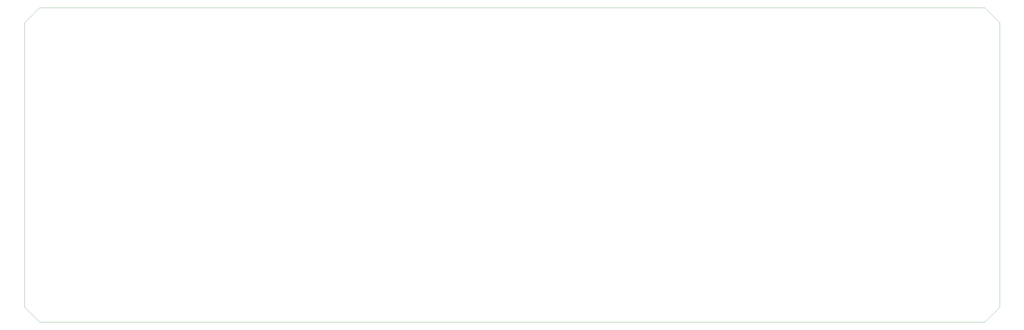
<source format=gbr>
%TF.GenerationSoftware,KiCad,Pcbnew,8.0.8-8.0.8-0~ubuntu24.04.1*%
%TF.CreationDate,2025-08-07T17:00:54-04:00*%
%TF.ProjectId,display_15_in,64697370-6c61-4795-9f31-355f696e2e6b,2*%
%TF.SameCoordinates,Original*%
%TF.FileFunction,Profile,NP*%
%FSLAX46Y46*%
G04 Gerber Fmt 4.6, Leading zero omitted, Abs format (unit mm)*
G04 Created by KiCad (PCBNEW 8.0.8-8.0.8-0~ubuntu24.04.1) date 2025-08-07 17:00:54*
%MOMM*%
%LPD*%
G01*
G04 APERTURE LIST*
%TA.AperFunction,Profile*%
%ADD10C,0.050000*%
%TD*%
G04 APERTURE END LIST*
D10*
X58547000Y-183976000D02*
X378587000Y-183976000D01*
X58547000Y-77296000D02*
X378587000Y-77296000D01*
X383667000Y-82376000D02*
X383667000Y-178896000D01*
X378587000Y-77296000D02*
X383667000Y-82376000D01*
X53467000Y-178896000D02*
X58547000Y-183976000D01*
X53467000Y-82376000D02*
X53467000Y-178896000D01*
X53467000Y-82376000D02*
X58547000Y-77296000D01*
X383667000Y-178896000D02*
X378587000Y-183976000D01*
M02*

</source>
